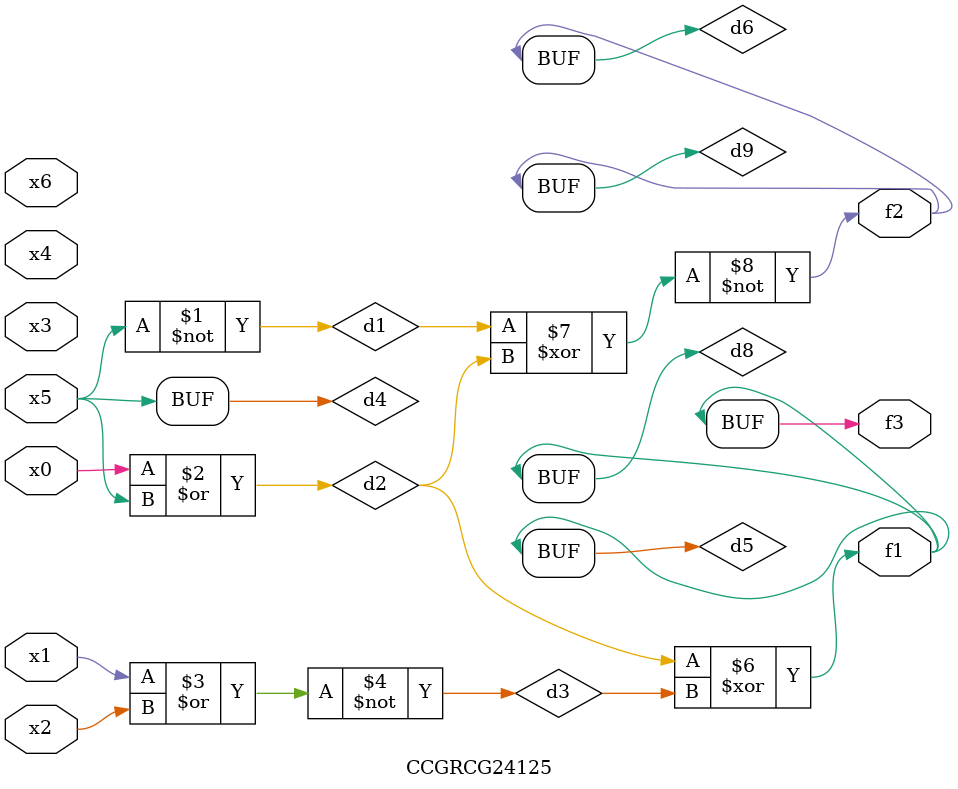
<source format=v>
module CCGRCG24125(
	input x0, x1, x2, x3, x4, x5, x6,
	output f1, f2, f3
);

	wire d1, d2, d3, d4, d5, d6, d7, d8, d9;

	nand (d1, x5);
	or (d2, x0, x5);
	nor (d3, x1, x2);
	xnor (d4, d1);
	xor (d5, d2, d3);
	xnor (d6, d1, d2);
	not (d7, x4);
	buf (d8, d5);
	xor (d9, d6);
	assign f1 = d8;
	assign f2 = d9;
	assign f3 = d8;
endmodule

</source>
